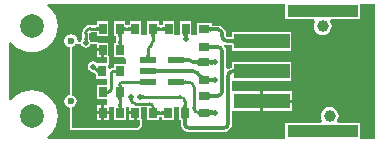
<source format=gtl>
G04*
G04 #@! TF.GenerationSoftware,Altium Limited,Altium Designer,18.1.7 (191)*
G04*
G04 Layer_Physical_Order=1*
G04 Layer_Color=255*
%FSLAX24Y24*%
%MOIN*%
G70*
G01*
G75*
%ADD11C,0.0100*%
%ADD22C,0.0394*%
%ADD23C,0.0236*%
%ADD25C,0.0120*%
%ADD26R,0.0580X0.0220*%
%ADD27R,0.1850X0.0512*%
%ADD28R,0.2362X0.0433*%
%ADD29R,0.0264X0.0354*%
%ADD30R,0.0354X0.0264*%
%ADD31R,0.0276X0.0374*%
%ADD32R,0.0374X0.0276*%
%ADD33C,0.0787*%
%ADD34C,0.0200*%
G36*
X9354Y4650D02*
Y4123D01*
X10304D01*
X10339Y4053D01*
X10336Y4050D01*
X10306Y3977D01*
X10296Y3900D01*
X10306Y3823D01*
X10336Y3750D01*
X10384Y3688D01*
X10446Y3641D01*
X10518Y3611D01*
X10595Y3601D01*
X10673Y3611D01*
X10745Y3641D01*
X10807Y3688D01*
X10855Y3750D01*
X10884Y3823D01*
X10895Y3900D01*
X10884Y3977D01*
X10855Y4050D01*
X10852Y4053D01*
X10886Y4123D01*
X11836D01*
Y4650D01*
X12350D01*
X12350Y150D01*
X11836D01*
Y677D01*
X11122D01*
X11088Y747D01*
X11091Y750D01*
X11121Y823D01*
X11131Y900D01*
X11121Y977D01*
X11091Y1050D01*
X11043Y1112D01*
X10981Y1159D01*
X10909Y1189D01*
X10832Y1199D01*
X10754Y1189D01*
X10682Y1159D01*
X10620Y1112D01*
X10572Y1050D01*
X10542Y977D01*
X10532Y900D01*
X10542Y823D01*
X10572Y750D01*
X10575Y747D01*
X10541Y677D01*
X9354D01*
Y150D01*
X1452Y150D01*
X1427Y220D01*
X1511Y289D01*
X1619Y420D01*
X1698Y569D01*
X1748Y731D01*
X1764Y900D01*
X1748Y1069D01*
X1698Y1231D01*
X1619Y1380D01*
X1511Y1511D01*
X1380Y1619D01*
X1231Y1698D01*
X1069Y1748D01*
X900Y1764D01*
X731Y1748D01*
X569Y1698D01*
X420Y1619D01*
X289Y1511D01*
X220Y1427D01*
X150Y1452D01*
X150Y3348D01*
X220Y3373D01*
X289Y3289D01*
X420Y3181D01*
X569Y3102D01*
X731Y3052D01*
X900Y3036D01*
X1069Y3052D01*
X1231Y3102D01*
X1380Y3181D01*
X1511Y3289D01*
X1619Y3420D01*
X1698Y3569D01*
X1748Y3731D01*
X1764Y3900D01*
X1748Y4069D01*
X1698Y4231D01*
X1619Y4380D01*
X1511Y4511D01*
X1427Y4580D01*
X1452Y4650D01*
X9354Y4650D01*
D02*
G37*
%LPC*%
G36*
X5138Y4067D02*
X4743D01*
Y3600D01*
X4557D01*
Y4067D01*
X4162D01*
Y3938D01*
X4160Y3938D01*
X4151Y3936D01*
X4138Y3935D01*
X4121Y3934D01*
X4115Y3932D01*
X4069D01*
X4063Y3934D01*
X4046Y3935D01*
X4033Y3936D01*
X4024Y3938D01*
X4022Y3938D01*
Y4057D01*
X3639D01*
Y3582D01*
X3712D01*
X3712Y3581D01*
X3714Y3572D01*
X3715Y3559D01*
X3716Y3542D01*
X3718Y3536D01*
Y3397D01*
X3716Y3391D01*
X3715Y3374D01*
X3714Y3361D01*
X3712Y3352D01*
X3712Y3351D01*
X3639D01*
Y2876D01*
X3980D01*
X4050Y2818D01*
Y2712D01*
X4038Y2647D01*
X3643D01*
Y2513D01*
X3568Y2498D01*
X3527Y2471D01*
X3457Y2506D01*
Y2605D01*
X3460Y2607D01*
X3476Y2630D01*
X3481Y2657D01*
Y2866D01*
X3476Y2894D01*
X3461Y2916D01*
Y3351D01*
X3103D01*
X3095Y3356D01*
X3068Y3361D01*
X2861Y3361D01*
X2861Y3362D01*
X2851Y3412D01*
X2821Y3456D01*
X2821Y3458D01*
X2820Y3460D01*
X2820Y3461D01*
X2820Y3461D01*
X2820Y3462D01*
X2819Y3464D01*
X2819Y3465D01*
X2818Y3465D01*
X2818Y3467D01*
X2817Y3470D01*
X2816Y3474D01*
X2815Y3489D01*
X2815Y3498D01*
X2812Y3504D01*
Y3655D01*
X2834Y3685D01*
X2865Y3707D01*
X3031D01*
X3037Y3705D01*
X3054Y3704D01*
X3067Y3703D01*
X3077Y3701D01*
X3078Y3701D01*
Y3582D01*
X3461D01*
Y4057D01*
X3078D01*
Y3938D01*
X3077Y3938D01*
X3067Y3936D01*
X3054Y3935D01*
X3037Y3934D01*
X3031Y3932D01*
X2850D01*
Y3932D01*
X2782Y3923D01*
X2719Y3897D01*
X2665Y3855D01*
X2623Y3801D01*
X2597Y3737D01*
X2588Y3669D01*
X2588D01*
Y3505D01*
X2585Y3499D01*
X2584Y3481D01*
X2584Y3475D01*
X2583Y3470D01*
X2582Y3467D01*
X2582Y3465D01*
X2581Y3465D01*
X2581Y3464D01*
X2580Y3462D01*
X2580Y3461D01*
X2580Y3461D01*
X2580Y3460D01*
X2579Y3458D01*
X2579Y3456D01*
X2549Y3412D01*
X2539Y3362D01*
X2539Y3361D01*
X2467D01*
X2432Y3404D01*
X2415Y3489D01*
X2367Y3561D01*
X2295Y3609D01*
X2209Y3626D01*
X2124Y3609D01*
X2052Y3561D01*
X2004Y3489D01*
X1987Y3404D01*
X2004Y3319D01*
X2052Y3247D01*
X2124Y3198D01*
X2179Y3188D01*
Y1612D01*
X2124Y1602D01*
X2052Y1553D01*
X2004Y1481D01*
X1987Y1396D01*
X2004Y1311D01*
X2052Y1239D01*
X2124Y1191D01*
X2179Y1180D01*
Y500D01*
X2184Y473D01*
X2200Y450D01*
X2223Y434D01*
X2250Y429D01*
X4410Y429D01*
X4437Y434D01*
X4460Y450D01*
X4560Y550D01*
X4576Y573D01*
X4581Y600D01*
Y762D01*
X4576Y790D01*
X4560Y813D01*
X4557Y815D01*
Y1200D01*
X4743D01*
Y772D01*
X5138D01*
Y857D01*
X5193Y888D01*
X5248Y857D01*
Y773D01*
X5631D01*
Y1200D01*
X5809D01*
Y773D01*
X5868D01*
X5869Y771D01*
X5872Y762D01*
X5874Y749D01*
X5875Y733D01*
X5876Y712D01*
X5878Y706D01*
Y650D01*
X5878Y650D01*
X5887Y580D01*
X5915Y514D01*
X5958Y457D01*
X6014Y414D01*
X6080Y387D01*
X6150Y378D01*
X6151Y378D01*
X7300D01*
X7300Y378D01*
X7370Y387D01*
X7436Y414D01*
X7493Y457D01*
X7536Y514D01*
X7563Y580D01*
X7572Y650D01*
X7572Y650D01*
Y1004D01*
X7573Y1074D01*
X7642Y1074D01*
X8518D01*
Y1400D01*
Y1726D01*
X7642D01*
X7573Y1726D01*
X7572Y1796D01*
Y2018D01*
X7583Y2084D01*
X9553D01*
Y2716D01*
X7583D01*
Y2520D01*
X7530Y2513D01*
X7464Y2486D01*
X7442Y2469D01*
X7372Y2504D01*
Y3060D01*
X7372Y3060D01*
X7363Y3130D01*
X7336Y3196D01*
X7312Y3227D01*
X7312Y3228D01*
X7353Y3289D01*
X7400Y3282D01*
X7400Y3282D01*
X7516D01*
X7522Y3280D01*
X7543Y3279D01*
X7559Y3278D01*
X7571Y3276D01*
X7580Y3273D01*
X7582Y3272D01*
X7583Y3272D01*
Y3084D01*
X9553D01*
Y3716D01*
X7583D01*
Y3538D01*
X7582Y3537D01*
X7580Y3536D01*
X7571Y3534D01*
X7559Y3532D01*
X7543Y3530D01*
X7522Y3530D01*
X7516Y3527D01*
X7400D01*
Y3528D01*
X7381Y3536D01*
X7373Y3555D01*
X7372D01*
Y3640D01*
X7372Y3641D01*
X7363Y3711D01*
X7336Y3777D01*
X7293Y3833D01*
X7236Y3876D01*
X7170Y3903D01*
X7100Y3913D01*
X7100Y3913D01*
X6963D01*
X6957Y3915D01*
X6936Y3916D01*
X6920Y3917D01*
X6908Y3919D01*
X6899Y3922D01*
X6897Y3922D01*
Y3988D01*
X6403D01*
Y3600D01*
X6222D01*
Y4057D01*
X5839D01*
Y3600D01*
X5661D01*
Y4057D01*
X5278D01*
Y3938D01*
X5276Y3938D01*
X5267Y3936D01*
X5254Y3935D01*
X5237Y3934D01*
X5231Y3932D01*
X5185D01*
X5179Y3934D01*
X5161Y3935D01*
X5149Y3936D01*
X5139Y3938D01*
X5138Y3938D01*
Y4067D01*
D02*
G37*
G36*
X8618Y1726D02*
Y1450D01*
X9563D01*
Y1726D01*
X8618D01*
D02*
G37*
G36*
X9563Y1350D02*
X8618D01*
Y1074D01*
X9563D01*
Y1350D01*
D02*
G37*
%LPD*%
G36*
X5339Y3719D02*
X5338Y3729D01*
X5335Y3737D01*
X5330Y3745D01*
X5323Y3751D01*
X5314Y3757D01*
X5303Y3761D01*
X5290Y3765D01*
X5275Y3767D01*
X5258Y3769D01*
X5239Y3769D01*
Y3869D01*
X5258Y3870D01*
X5275Y3871D01*
X5290Y3874D01*
X5303Y3877D01*
X5314Y3882D01*
X5323Y3887D01*
X5330Y3894D01*
X5335Y3901D01*
X5338Y3910D01*
X5339Y3919D01*
Y3719D01*
D02*
G37*
G36*
X5077Y3910D02*
X5080Y3901D01*
X5085Y3894D01*
X5092Y3887D01*
X5101Y3882D01*
X5112Y3877D01*
X5125Y3874D01*
X5141Y3871D01*
X5158Y3870D01*
X5177Y3869D01*
Y3769D01*
X5158Y3769D01*
X5141Y3767D01*
X5125Y3765D01*
X5112Y3761D01*
X5101Y3757D01*
X5092Y3751D01*
X5085Y3745D01*
X5080Y3737D01*
X5077Y3729D01*
X5076Y3719D01*
Y3919D01*
X5077Y3910D01*
D02*
G37*
G36*
X4223Y3719D02*
X4222Y3729D01*
X4219Y3737D01*
X4214Y3745D01*
X4207Y3751D01*
X4198Y3757D01*
X4187Y3761D01*
X4174Y3765D01*
X4159Y3767D01*
X4142Y3769D01*
X4123Y3769D01*
Y3869D01*
X4142Y3870D01*
X4159Y3871D01*
X4174Y3874D01*
X4187Y3877D01*
X4198Y3882D01*
X4207Y3887D01*
X4214Y3894D01*
X4219Y3901D01*
X4222Y3910D01*
X4223Y3919D01*
Y3719D01*
D02*
G37*
G36*
X3962Y3910D02*
X3965Y3901D01*
X3970Y3894D01*
X3977Y3887D01*
X3986Y3882D01*
X3997Y3877D01*
X4010Y3874D01*
X4025Y3871D01*
X4042Y3870D01*
X4061Y3869D01*
Y3769D01*
X4042Y3769D01*
X4025Y3767D01*
X4010Y3765D01*
X3997Y3761D01*
X3986Y3757D01*
X3977Y3751D01*
X3970Y3745D01*
X3965Y3737D01*
X3962Y3729D01*
X3961Y3719D01*
Y3919D01*
X3962Y3910D01*
D02*
G37*
G36*
X3140Y3719D02*
X3139Y3729D01*
X3136Y3737D01*
X3131Y3745D01*
X3124Y3751D01*
X3115Y3757D01*
X3104Y3761D01*
X3090Y3765D01*
X3075Y3767D01*
X3058Y3769D01*
X3039Y3769D01*
Y3869D01*
X3058Y3870D01*
X3075Y3871D01*
X3090Y3874D01*
X3104Y3877D01*
X3115Y3882D01*
X3124Y3887D01*
X3131Y3894D01*
X3136Y3901D01*
X3139Y3910D01*
X3140Y3919D01*
Y3719D01*
D02*
G37*
G36*
X6836Y3899D02*
X6839Y3889D01*
X6846Y3880D01*
X6854Y3872D01*
X6865Y3865D01*
X6878Y3860D01*
X6894Y3856D01*
X6912Y3853D01*
X6933Y3851D01*
X6956Y3850D01*
Y3730D01*
X6933Y3730D01*
X6912Y3728D01*
X6894Y3725D01*
X6878Y3721D01*
X6865Y3715D01*
X6854Y3709D01*
X6846Y3701D01*
X6839Y3692D01*
X6836Y3682D01*
X6835Y3670D01*
Y3910D01*
X6836Y3899D01*
D02*
G37*
G36*
X3921Y3644D02*
X3913Y3641D01*
X3905Y3636D01*
X3899Y3629D01*
X3893Y3619D01*
X3889Y3608D01*
X3885Y3595D01*
X3883Y3580D01*
X3881Y3563D01*
X3881Y3544D01*
X3781D01*
X3780Y3563D01*
X3779Y3580D01*
X3776Y3595D01*
X3773Y3608D01*
X3768Y3619D01*
X3763Y3629D01*
X3756Y3636D01*
X3749Y3641D01*
X3740Y3644D01*
X3731Y3645D01*
X3931D01*
X3921Y3644D01*
D02*
G37*
G36*
X5031Y3634D02*
X5022Y3631D01*
X5015Y3626D01*
X5008Y3619D01*
X5003Y3610D01*
X4998Y3598D01*
X4995Y3585D01*
X4992Y3570D01*
X4991Y3553D01*
X4990Y3534D01*
X4890D01*
X4890Y3553D01*
X4888Y3570D01*
X4886Y3585D01*
X4882Y3598D01*
X4878Y3610D01*
X4872Y3619D01*
X4866Y3626D01*
X4858Y3631D01*
X4850Y3634D01*
X4840Y3635D01*
X5040D01*
X5031Y3634D01*
D02*
G37*
G36*
X6139Y3644D02*
X6129Y3640D01*
X6120Y3634D01*
X6112Y3625D01*
X6106Y3614D01*
X6100Y3601D01*
X6096Y3585D01*
X6093Y3567D01*
X6093Y3566D01*
X6093Y3563D01*
X6094Y3557D01*
X6095Y3551D01*
X6097Y3547D01*
X6099Y3543D01*
X6101Y3541D01*
X6091D01*
X6091Y3524D01*
X5971D01*
X5970Y3541D01*
X5961D01*
X5962Y3543D01*
X5964Y3547D01*
X5966Y3551D01*
X5967Y3557D01*
X5968Y3563D01*
X5968Y3565D01*
X5968Y3567D01*
X5965Y3585D01*
X5961Y3601D01*
X5956Y3614D01*
X5949Y3625D01*
X5941Y3634D01*
X5932Y3640D01*
X5922Y3644D01*
X5911Y3645D01*
X6151D01*
X6139Y3644D01*
D02*
G37*
G36*
X2750Y3486D02*
X2752Y3466D01*
X2753Y3458D01*
X2755Y3450D01*
X2757Y3443D01*
X2760Y3436D01*
X2763Y3431D01*
X2766Y3426D01*
X2770Y3421D01*
X2630D01*
X2634Y3426D01*
X2637Y3431D01*
X2640Y3436D01*
X2643Y3443D01*
X2645Y3450D01*
X2647Y3458D01*
X2648Y3466D01*
X2649Y3476D01*
X2650Y3497D01*
X2750D01*
X2750Y3486D01*
D02*
G37*
G36*
X3881Y3370D02*
X3883Y3353D01*
X3885Y3338D01*
X3889Y3325D01*
X3893Y3314D01*
X3899Y3305D01*
X3905Y3297D01*
X3913Y3292D01*
X3921Y3289D01*
X3931Y3288D01*
X3731D01*
X3740Y3289D01*
X3749Y3292D01*
X3756Y3297D01*
X3763Y3305D01*
X3768Y3314D01*
X3773Y3325D01*
X3776Y3338D01*
X3779Y3353D01*
X3780Y3370D01*
X3781Y3390D01*
X3881D01*
X3881Y3370D01*
D02*
G37*
G36*
X7644Y3285D02*
X7643Y3296D01*
X7639Y3306D01*
X7633Y3315D01*
X7625Y3323D01*
X7614Y3330D01*
X7601Y3335D01*
X7585Y3339D01*
X7567Y3342D01*
X7547Y3344D01*
X7524Y3345D01*
Y3465D01*
X7547Y3465D01*
X7567Y3467D01*
X7585Y3470D01*
X7601Y3474D01*
X7614Y3480D01*
X7625Y3486D01*
X7633Y3494D01*
X7639Y3503D01*
X7643Y3513D01*
X7644Y3525D01*
Y3285D01*
D02*
G37*
G36*
X3068Y3164D02*
X3269D01*
Y3114D01*
X3319D01*
Y2866D01*
X3410D01*
Y2657D01*
X3083D01*
X3073Y2673D01*
X3016Y2710D01*
X2950Y2723D01*
X2884Y2710D01*
X2827Y2673D01*
X2790Y2616D01*
X2777Y2550D01*
X2790Y2484D01*
X2827Y2427D01*
X2884Y2390D01*
X2910Y2385D01*
X2955Y2372D01*
X2979Y2352D01*
X2992Y2342D01*
X2995Y2339D01*
X3005Y2333D01*
X3021Y2320D01*
X3026Y2319D01*
X3034Y2312D01*
X3042Y2305D01*
X3048Y2299D01*
X3052Y2295D01*
X3052Y2294D01*
Y2143D01*
X3410D01*
Y1951D01*
X3068D01*
Y1457D01*
X3410D01*
Y1300D01*
X3394Y1261D01*
X3319D01*
Y1064D01*
X3471D01*
Y1198D01*
X3500Y1210D01*
X3629D01*
Y766D01*
X4032D01*
Y1157D01*
X4050Y1200D01*
X4152D01*
Y1069D01*
X4360D01*
Y1019D01*
X4410D01*
Y762D01*
X4510D01*
Y600D01*
X4410Y500D01*
X2250Y500D01*
Y1212D01*
X2283Y1219D01*
X2345Y1260D01*
X2387Y1323D01*
X2401Y1396D01*
X2387Y1469D01*
X2345Y1532D01*
X2283Y1573D01*
X2250Y1580D01*
Y3190D01*
X2295Y3235D01*
X2345Y3268D01*
X2360Y3290D01*
X2539D01*
X2540Y3284D01*
X2577Y3227D01*
X2634Y3190D01*
X2700Y3177D01*
X2766Y3190D01*
X2823Y3227D01*
X2860Y3284D01*
X2861Y3290D01*
X3068Y3290D01*
Y3164D01*
D02*
G37*
G36*
X6836Y3318D02*
X6839Y3308D01*
X6846Y3299D01*
X6854Y3291D01*
X6865Y3285D01*
X6878Y3279D01*
X6894Y3275D01*
X6912Y3272D01*
X6933Y3270D01*
X6956Y3270D01*
Y3150D01*
X6933Y3149D01*
X6912Y3147D01*
X6894Y3144D01*
X6878Y3140D01*
X6865Y3135D01*
X6854Y3128D01*
X6846Y3120D01*
X6839Y3111D01*
X6836Y3101D01*
X6835Y3090D01*
Y3330D01*
X6836Y3318D01*
D02*
G37*
G36*
X4830Y2964D02*
X4832Y2946D01*
X4834Y2931D01*
X4838Y2918D01*
X4843Y2907D01*
X4848Y2898D01*
X4854Y2891D01*
X4862Y2886D01*
X4870Y2883D01*
X4880Y2882D01*
X4680D01*
X4690Y2883D01*
X4698Y2886D01*
X4706Y2891D01*
X4712Y2898D01*
X4717Y2907D01*
X4722Y2918D01*
X4726Y2931D01*
X4728Y2946D01*
X4730Y2964D01*
X4730Y2983D01*
X4830D01*
X4830Y2964D01*
D02*
G37*
G36*
X6010Y2874D02*
X6013Y2865D01*
X6019Y2858D01*
X6027Y2852D01*
X6037Y2846D01*
X6049Y2842D01*
X6063Y2838D01*
X6080Y2836D01*
X6099Y2835D01*
X6120Y2834D01*
Y2714D01*
X6099Y2714D01*
X6080Y2712D01*
X6063Y2710D01*
X6049Y2706D01*
X6037Y2702D01*
X6027Y2696D01*
X6019Y2690D01*
X6013Y2683D01*
X6010Y2674D01*
X6009Y2665D01*
Y2883D01*
X6010Y2874D01*
D02*
G37*
G36*
X6836Y2799D02*
X6839Y2789D01*
X6846Y2780D01*
X6854Y2772D01*
X6865Y2765D01*
X6878Y2760D01*
X6894Y2756D01*
X6909Y2753D01*
X6913Y2754D01*
X6918Y2755D01*
X6923Y2757D01*
X6926Y2758D01*
X6929Y2760D01*
Y2751D01*
X6933Y2751D01*
X6956Y2750D01*
Y2630D01*
X6933Y2630D01*
X6929Y2629D01*
Y2620D01*
X6926Y2622D01*
X6923Y2624D01*
X6918Y2625D01*
X6913Y2627D01*
X6909Y2627D01*
X6894Y2625D01*
X6878Y2621D01*
X6865Y2615D01*
X6854Y2609D01*
X6846Y2601D01*
X6839Y2592D01*
X6836Y2582D01*
X6835Y2570D01*
Y2810D01*
X6836Y2799D01*
D02*
G37*
G36*
X6465Y2570D02*
X6464Y2582D01*
X6461Y2592D01*
X6454Y2601D01*
X6446Y2609D01*
X6435Y2615D01*
X6422Y2621D01*
X6406Y2625D01*
X6388Y2628D01*
X6367Y2630D01*
X6344Y2630D01*
Y2750D01*
X6367Y2751D01*
X6388Y2753D01*
X6406Y2756D01*
X6422Y2760D01*
X6435Y2765D01*
X6446Y2772D01*
X6454Y2780D01*
X6461Y2789D01*
X6464Y2799D01*
X6465Y2810D01*
Y2570D01*
D02*
G37*
G36*
X3124Y2298D02*
X3123Y2307D01*
X3121Y2317D01*
X3116Y2327D01*
X3110Y2336D01*
X3101Y2347D01*
X3091Y2357D01*
X3080Y2367D01*
X3066Y2378D01*
X3051Y2389D01*
X3033Y2400D01*
X3077Y2494D01*
X3086Y2489D01*
X3094Y2486D01*
X3101Y2484D01*
X3107Y2484D01*
X3112Y2486D01*
X3117Y2490D01*
X3120Y2495D01*
X3122Y2502D01*
X3124Y2510D01*
X3124Y2521D01*
Y2298D01*
D02*
G37*
G36*
X3705Y2346D02*
X3704Y2347D01*
X3703Y2348D01*
X3700Y2348D01*
X3696Y2349D01*
X3685Y2349D01*
X3650Y2350D01*
Y2450D01*
X3660Y2450D01*
X3704Y2453D01*
X3705Y2454D01*
Y2346D01*
D02*
G37*
G36*
X5070Y2500D02*
X5074Y2491D01*
X5080Y2484D01*
X5088Y2478D01*
X5099Y2472D01*
X5112Y2468D01*
X5128Y2464D01*
X5146Y2462D01*
X5166Y2460D01*
X5189Y2460D01*
Y2340D01*
X5166Y2340D01*
X5128Y2336D01*
X5112Y2332D01*
X5099Y2328D01*
X5088Y2322D01*
X5080Y2316D01*
X5074Y2309D01*
X5070Y2300D01*
X5069Y2291D01*
Y2509D01*
X5070Y2500D01*
D02*
G37*
G36*
X6536Y2310D02*
X6577Y2275D01*
X6596Y2262D01*
X6613Y2252D01*
X6630Y2245D01*
X6645Y2241D01*
X6659Y2240D01*
X6672Y2242D01*
X6683Y2246D01*
X6464Y2126D01*
X6473Y2133D01*
X6479Y2142D01*
X6480Y2153D01*
X6478Y2167D01*
X6472Y2182D01*
X6462Y2199D01*
X6448Y2219D01*
X6431Y2241D01*
X6385Y2290D01*
X6513Y2331D01*
X6536Y2310D01*
D02*
G37*
G36*
X6836Y2218D02*
X6839Y2208D01*
X6846Y2199D01*
X6854Y2191D01*
X6865Y2185D01*
X6878Y2179D01*
X6894Y2175D01*
X6909Y2173D01*
X6913Y2173D01*
X6918Y2175D01*
X6923Y2176D01*
X6926Y2178D01*
X6929Y2180D01*
Y2171D01*
X6933Y2170D01*
X6956Y2170D01*
Y2050D01*
X6933Y2049D01*
X6929Y2049D01*
Y2040D01*
X6926Y2042D01*
X6923Y2043D01*
X6918Y2045D01*
X6913Y2046D01*
X6909Y2047D01*
X6894Y2044D01*
X6878Y2040D01*
X6865Y2035D01*
X6854Y2028D01*
X6846Y2020D01*
X6839Y2011D01*
X6836Y2001D01*
X6835Y1990D01*
Y2230D01*
X6836Y2218D01*
D02*
G37*
G36*
X6009Y2116D02*
X6012Y2108D01*
X6017Y2100D01*
X6024Y2094D01*
X6033Y2088D01*
X6044Y2084D01*
X6057Y2080D01*
X6072Y2078D01*
X6090Y2076D01*
X6109Y2076D01*
Y1976D01*
X6090Y1975D01*
X6072Y1974D01*
X6057Y1971D01*
X6044Y1968D01*
X6033Y1963D01*
X6024Y1958D01*
X6017Y1951D01*
X6012Y1944D01*
X6009Y1935D01*
X6008Y1926D01*
Y2126D01*
X6009Y2116D01*
D02*
G37*
G36*
X4492Y1926D02*
X4491Y1935D01*
X4488Y1944D01*
X4483Y1951D01*
X4476Y1958D01*
X4467Y1963D01*
X4456Y1968D01*
X4443Y1971D01*
X4428Y1974D01*
X4410Y1975D01*
X4391Y1976D01*
Y2076D01*
X4410Y2076D01*
X4428Y2078D01*
X4443Y2080D01*
X4456Y2084D01*
X4467Y2088D01*
X4476Y2094D01*
X4483Y2100D01*
X4488Y2108D01*
X4491Y2116D01*
X4492Y2126D01*
Y1926D01*
D02*
G37*
G36*
X4576Y1616D02*
X4581Y1613D01*
X4586Y1610D01*
X4593Y1607D01*
X4600Y1605D01*
X4608Y1603D01*
X4616Y1602D01*
X4626Y1601D01*
X4647Y1600D01*
Y1500D01*
X4636Y1500D01*
X4616Y1498D01*
X4608Y1497D01*
X4600Y1495D01*
X4593Y1493D01*
X4586Y1490D01*
X4581Y1487D01*
X4576Y1484D01*
X4571Y1480D01*
Y1620D01*
X4576Y1616D01*
D02*
G37*
G36*
X6826Y1689D02*
X6830Y1679D01*
X6836Y1670D01*
X6844Y1662D01*
X6855Y1656D01*
X6868Y1650D01*
X6884Y1646D01*
X6902Y1643D01*
X6923Y1641D01*
X6946Y1641D01*
Y1521D01*
X6923Y1520D01*
X6902Y1518D01*
X6884Y1515D01*
X6868Y1511D01*
X6855Y1506D01*
X6844Y1499D01*
X6836Y1491D01*
X6830Y1482D01*
X6826Y1472D01*
X6825Y1461D01*
Y1701D01*
X6826Y1689D01*
D02*
G37*
G36*
X3921Y1528D02*
X3913Y1525D01*
X3905Y1520D01*
X3899Y1513D01*
X3893Y1504D01*
X3889Y1493D01*
X3885Y1480D01*
X3883Y1464D01*
X3881Y1447D01*
X3881Y1428D01*
X3781D01*
X3780Y1447D01*
X3779Y1464D01*
X3776Y1480D01*
X3773Y1493D01*
X3768Y1504D01*
X3763Y1513D01*
X3756Y1520D01*
X3749Y1525D01*
X3740Y1528D01*
X3731Y1529D01*
X3931D01*
X3921Y1528D01*
D02*
G37*
G36*
X3881Y1270D02*
X3883Y1253D01*
X3885Y1238D01*
X3889Y1225D01*
X3893Y1214D01*
X3899Y1205D01*
X3905Y1197D01*
X3913Y1192D01*
X3921Y1189D01*
X3931Y1188D01*
X3731D01*
X3740Y1189D01*
X3749Y1192D01*
X3756Y1197D01*
X3763Y1205D01*
X3768Y1214D01*
X3773Y1225D01*
X3776Y1238D01*
X3779Y1253D01*
X3780Y1270D01*
X3781Y1290D01*
X3881D01*
X3881Y1270D01*
D02*
G37*
G36*
X6051Y1267D02*
X6053Y1249D01*
X6055Y1234D01*
X6059Y1221D01*
X6063Y1210D01*
X6069Y1201D01*
X6075Y1194D01*
X6083Y1189D01*
X6091Y1186D01*
X6101Y1185D01*
X5901D01*
X5910Y1186D01*
X5919Y1189D01*
X5926Y1194D01*
X5933Y1201D01*
X5938Y1210D01*
X5943Y1221D01*
X5946Y1234D01*
X5949Y1249D01*
X5950Y1267D01*
X5951Y1286D01*
X6051D01*
X6051Y1267D01*
D02*
G37*
G36*
X6826Y1128D02*
X6830Y1118D01*
X6836Y1109D01*
X6844Y1101D01*
X6855Y1094D01*
X6868Y1089D01*
X6884Y1085D01*
X6902Y1082D01*
X6904Y1082D01*
X6907Y1082D01*
X6913Y1083D01*
X6918Y1084D01*
X6923Y1086D01*
X6926Y1088D01*
X6929Y1089D01*
Y1080D01*
X6946Y1079D01*
Y959D01*
X6929Y959D01*
Y949D01*
X6926Y951D01*
X6923Y953D01*
X6918Y955D01*
X6913Y956D01*
X6907Y957D01*
X6904Y957D01*
X6902Y957D01*
X6884Y954D01*
X6868Y950D01*
X6855Y944D01*
X6844Y938D01*
X6836Y930D01*
X6830Y921D01*
X6826Y911D01*
X6825Y899D01*
Y1139D01*
X6826Y1128D01*
D02*
G37*
G36*
X5309Y919D02*
X5308Y929D01*
X5305Y937D01*
X5300Y945D01*
X5293Y951D01*
X5284Y957D01*
X5273Y961D01*
X5260Y965D01*
X5245Y967D01*
X5228Y969D01*
X5209Y969D01*
Y1069D01*
X5228Y1070D01*
X5245Y1071D01*
X5260Y1074D01*
X5273Y1077D01*
X5284Y1082D01*
X5293Y1087D01*
X5300Y1094D01*
X5305Y1101D01*
X5308Y1110D01*
X5309Y1119D01*
Y919D01*
D02*
G37*
G36*
X5078Y1110D02*
X5081Y1101D01*
X5086Y1094D01*
X5093Y1087D01*
X5102Y1082D01*
X5113Y1077D01*
X5126Y1074D01*
X5141Y1071D01*
X5158Y1070D01*
X5177Y1069D01*
Y969D01*
X5158Y969D01*
X5141Y967D01*
X5126Y965D01*
X5113Y961D01*
X5102Y957D01*
X5093Y951D01*
X5086Y945D01*
X5081Y937D01*
X5078Y929D01*
X5077Y919D01*
Y1119D01*
X5078Y1110D01*
D02*
G37*
G36*
X6109Y834D02*
X6099Y830D01*
X6090Y824D01*
X6082Y816D01*
X6076Y805D01*
X6070Y791D01*
X6066Y776D01*
X6063Y758D01*
X6061Y737D01*
X6061Y714D01*
X5941D01*
X5940Y737D01*
X5938Y758D01*
X5935Y776D01*
X5931Y791D01*
X5926Y805D01*
X5919Y816D01*
X5911Y824D01*
X5902Y830D01*
X5892Y834D01*
X5881Y835D01*
X6121D01*
X6109Y834D01*
D02*
G37*
%LPC*%
G36*
X3219Y3064D02*
X3068D01*
Y2866D01*
X3219D01*
Y3064D01*
D02*
G37*
G36*
Y1261D02*
X3068D01*
Y1064D01*
X3219D01*
Y1261D01*
D02*
G37*
G36*
X3471Y964D02*
X3319D01*
Y766D01*
X3471D01*
Y964D01*
D02*
G37*
G36*
X3219D02*
X3068D01*
Y766D01*
X3219D01*
Y964D01*
D02*
G37*
G36*
X4310Y969D02*
X4152D01*
Y762D01*
X4310D01*
Y969D01*
D02*
G37*
%LPD*%
D11*
X4839Y3222D02*
G03*
X4780Y3081I141J-141D01*
G01*
X4882Y3265D02*
G03*
X4940Y3407I-141J141D01*
G01*
X3450Y1704D02*
G03*
X3550Y1804I0J100D01*
G01*
X3650Y2400D02*
G03*
X3550Y2300I0J-100D01*
G01*
X2850Y3819D02*
G03*
X2700Y3669I0J-150D01*
G01*
X3041Y2459D02*
G03*
X3183Y2400I141J141D01*
G01*
X6001Y1400D02*
G03*
X5851Y1550I-150J0D01*
G01*
X3931Y2026D02*
G03*
X3831Y1926I0J-100D01*
G01*
X6300Y1876D02*
G03*
X6150Y2026I-150J0D01*
G01*
X6300Y1169D02*
G03*
X6450Y1019I150J0D01*
G01*
X4940Y1216D02*
G03*
X4840Y1316I-100J0D01*
G01*
X4200Y1466D02*
G03*
X4350Y1316I150J0D01*
G01*
X6450Y1019D02*
X6650D01*
X6001Y1010D02*
Y1400D01*
X4780Y2774D02*
Y3081D01*
X4839Y3222D02*
X4882Y3265D01*
X4940Y3407D02*
Y3819D01*
X5469D01*
X3831D02*
X4360D01*
X3831Y3819D02*
Y3819D01*
Y3114D02*
Y3819D01*
X3269Y1704D02*
X3450D01*
X3550Y1804D02*
Y2300D01*
X3650Y2400D02*
X3840D01*
X2850Y3819D02*
X3269D01*
X2700Y3350D02*
Y3669D01*
X2950Y2550D02*
X3041Y2459D01*
X3183Y2400D02*
X3260D01*
X4500Y1550D02*
X5851D01*
X3831Y1704D02*
Y1926D01*
Y1014D02*
Y1704D01*
X3931Y2026D02*
X4880D01*
X5820D02*
X6150D01*
X6300Y1169D02*
Y1876D01*
X4940Y1019D02*
Y1216D01*
X4350Y1316D02*
X4840D01*
X4200Y1466D02*
Y1550D01*
X5430Y1019D02*
X5439Y1010D01*
X4940Y1019D02*
X5430D01*
D22*
X10832Y900D02*
D03*
X10595Y3900D02*
D03*
D23*
X2209Y1396D02*
D03*
Y3404D02*
D03*
D25*
X6427Y2333D02*
G03*
X6264Y2400I-163J-163D01*
G01*
X6216Y2734D02*
G03*
X6120Y2774I-96J-96D01*
G01*
X6216Y2734D02*
G03*
X6322Y2690I106J106D01*
G01*
X7250Y3555D02*
G03*
X7400Y3405I150J0D01*
G01*
X7250Y3640D02*
G03*
X7100Y3790I-150J0D01*
G01*
X7250Y3060D02*
G03*
X7100Y3210I-150J0D01*
G01*
Y1581D02*
G03*
X7250Y1731I0J150D01*
G01*
X7600Y2400D02*
G03*
X7450Y2250I0J-150D01*
G01*
X7300Y500D02*
G03*
X7450Y650I0J150D01*
G01*
X6001D02*
G03*
X6151Y500I150J0D01*
G01*
X6650Y1019D02*
X7000D01*
X4780Y2400D02*
X6264D01*
X6427Y2333D02*
X6650Y2110D01*
X5720Y2774D02*
X6120D01*
X6322Y2690D02*
X6650D01*
X7000D01*
X7400Y3405D02*
X8563D01*
X7250Y3555D02*
Y3640D01*
X6650Y3790D02*
X7100D01*
X6650Y3210D02*
X7100D01*
X7250Y1731D02*
Y3060D01*
X6650Y1581D02*
X7100D01*
X7600Y2400D02*
X8568D01*
X7450Y650D02*
Y2250D01*
X6151Y500D02*
X7300D01*
X6001Y650D02*
Y1010D01*
X6650Y2110D02*
X7000D01*
X8563Y3405D02*
X8568Y3400D01*
X6031Y3469D02*
Y3819D01*
D26*
X5720Y2774D02*
D03*
Y2026D02*
D03*
X4780D02*
D03*
Y2400D02*
D03*
Y2774D02*
D03*
D27*
X8568Y2400D02*
D03*
Y3400D02*
D03*
Y1400D02*
D03*
D28*
X10595Y4400D02*
D03*
Y400D02*
D03*
D29*
X5439Y1010D02*
D03*
X6001D02*
D03*
X3831Y3819D02*
D03*
X3269D02*
D03*
X3831Y3114D02*
D03*
X3269D02*
D03*
Y1014D02*
D03*
X3831D02*
D03*
Y1704D02*
D03*
X3269D02*
D03*
X5469Y3819D02*
D03*
X6031D02*
D03*
D30*
X6650Y1019D02*
D03*
Y1581D02*
D03*
D31*
X4940Y1019D02*
D03*
X4360D02*
D03*
X4360Y3819D02*
D03*
X4940D02*
D03*
X3840Y2400D02*
D03*
X3260D02*
D03*
D32*
X6650Y2690D02*
D03*
Y2110D02*
D03*
Y3210D02*
D03*
Y3790D02*
D03*
D33*
X900Y3900D02*
D03*
Y900D02*
D03*
D34*
X1900Y400D02*
D03*
X400Y2000D02*
D03*
X1000D02*
D03*
X1300Y2400D02*
D03*
X700D02*
D03*
X1000Y2800D02*
D03*
X400D02*
D03*
X2000Y3801D02*
D03*
X2300Y4300D02*
D03*
X2900D02*
D03*
X8300D02*
D03*
X9800Y2500D02*
D03*
X10100Y1900D02*
D03*
X11300D02*
D03*
X11900D02*
D03*
X11000Y1300D02*
D03*
X6500Y4300D02*
D03*
X4100D02*
D03*
X10400Y1300D02*
D03*
Y2500D02*
D03*
X10700Y1900D02*
D03*
X11600Y3700D02*
D03*
X10700Y3100D02*
D03*
X4700Y4300D02*
D03*
X5300D02*
D03*
X9800Y3700D02*
D03*
X11600Y2500D02*
D03*
X9800Y1300D02*
D03*
X11000Y3700D02*
D03*
X11300Y3100D02*
D03*
X7700Y4300D02*
D03*
X11600Y1300D02*
D03*
X11000Y2500D02*
D03*
X10100Y3100D02*
D03*
X11900D02*
D03*
X8900Y4300D02*
D03*
X3500D02*
D03*
X7100D02*
D03*
X5900D02*
D03*
X9000Y800D02*
D03*
X8400D02*
D03*
X7000Y1019D02*
D03*
X8000Y400D02*
D03*
X8600D02*
D03*
X4950D02*
D03*
X5550D02*
D03*
X7000Y2690D02*
D03*
X2650Y2010D02*
D03*
Y1750D02*
D03*
X2950Y2550D02*
D03*
X2700Y3350D02*
D03*
X7000Y2110D02*
D03*
X4500Y1550D02*
D03*
X4200D02*
D03*
X6031Y3469D02*
D03*
M02*

</source>
